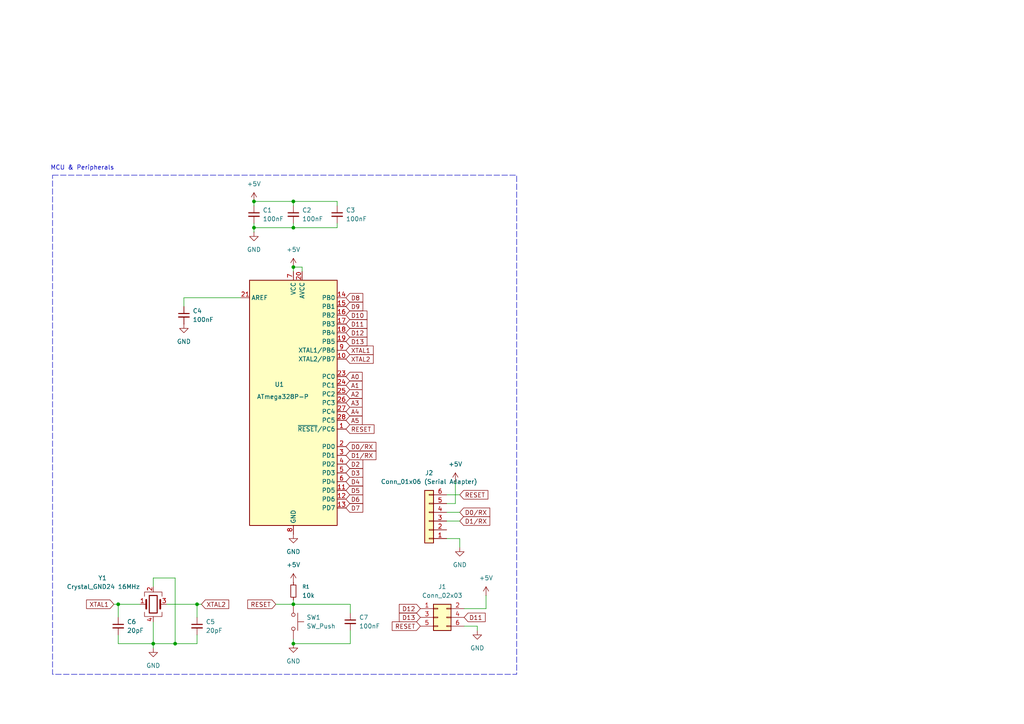
<source format=kicad_sch>
(kicad_sch (version 20250114) (generator "eeschema") (generator_version "9.0")
  (paper "A4")
  (lib_symbols
    (symbol "Connector_Generic:Conn_01x06" (pin_names (offset 1.016) (hide yes))
      (property "Reference" "J" (at 0 7.62 0))
      (property "Value" "Conn_01x06" (at 0 -10.16 0))
      (symbol "Conn_01x06_1_1"
        (rectangle (start -1.27 6.35) (end 1.27 -8.89) (stroke (width 0.254)) (fill (type background)))
        (rectangle (start -1.27 5.207) (end 0 4.953) (stroke (width 0.1524)))
        (rectangle (start -1.27 2.667) (end 0 2.413) (stroke (width 0.1524)))
        (rectangle (start -1.27 0.127) (end 0 -0.127) (stroke (width 0.1524)))
        (rectangle (start -1.27 -2.413) (end 0 -2.667) (stroke (width 0.1524)))
        (rectangle (start -1.27 -4.953) (end 0 -5.207) (stroke (width 0.1524)))
        (rectangle (start -1.27 -7.493) (end 0 -7.747) (stroke (width 0.1524)))
        (pin passive line (at -5.08 5.08 0) (length 3.81) (name "Pin_1") (number "1"))
        (pin passive line (at -5.08 2.54 0) (length 3.81) (name "Pin_2") (number "2"))
        (pin passive line (at -5.08 0 0) (length 3.81) (name "Pin_3") (number "3"))
        (pin passive line (at -5.08 -2.54 0) (length 3.81) (name "Pin_4") (number "4"))
        (pin passive line (at -5.08 -5.08 0) (length 3.81) (name "Pin_5") (number "5"))
        (pin passive line (at -5.08 -7.62 0) (length 3.81) (name "Pin_6") (number "6"))
      )
    )
    (symbol "Connector_Generic:Conn_02x03_Odd_Even" (pin_names (offset 1.016) (hide yes))
      (property "Reference" "J" (at 1.27 5.08 0))
      (property "Value" "Conn_02x03_Odd_Even" (at 1.27 -5.08 0))
      (symbol "Conn_02x03_Odd_Even_1_1"
        (rectangle (start -1.27 3.81) (end 3.81 -3.81) (stroke (width 0.254)) (fill (type background)))
        (rectangle (start -1.27 2.667) (end 0 2.413) (stroke (width 0.1524)))
        (rectangle (start -1.27 0.127) (end 0 -0.127) (stroke (width 0.1524)))
        (rectangle (start -1.27 -2.413) (end 0 -2.667) (stroke (width 0.1524)))
        (rectangle (start 3.81 2.667) (end 2.54 2.413) (stroke (width 0.1524)))
        (rectangle (start 3.81 0.127) (end 2.54 -0.127) (stroke (width 0.1524)))
        (rectangle (start 3.81 -2.413) (end 2.54 -2.667) (stroke (width 0.1524)))
        (pin passive line (at -5.08 2.54 0) (length 3.81) (name "Pin_1") (number "1"))
        (pin passive line (at -5.08 0 0) (length 3.81) (name "Pin_3") (number "3"))
        (pin passive line (at -5.08 -2.54 0) (length 3.81) (name "Pin_5") (number "5"))
        (pin passive line (at 7.62 2.54 180) (length 3.81) (name "Pin_2") (number "2"))
        (pin passive line (at 7.62 0 180) (length 3.81) (name "Pin_4") (number "4"))
        (pin passive line (at 7.62 -2.54 180) (length 3.81) (name "Pin_6") (number "6"))
      )
    )
    (symbol "Device:C_Small" (pin_numbers (hide yes)) (pin_names (offset 0.254) (hide yes))
      (property "Reference" "C" (at 0.254 1.778 0))
      (property "Value" "C_Small" (at 0.254 -2.032 0))
      (symbol "C_Small_0_1"
        (polyline (pts (xy -1.524 0.508) (xy 1.524 0.508)) (stroke (width 0.3048)))
        (polyline (pts (xy -1.524 -0.508) (xy 1.524 -0.508)) (stroke (width 0.3302)))
      )
      (symbol "C_Small_1_1"
        (pin passive line (at 0 2.54 270) (length 2.032) (name "~") (number "1"))
        (pin passive line (at 0 -2.54 90) (length 2.032) (name "~") (number "2"))
      )
    )
    (symbol "Device:Crystal_GND24" (pin_names (offset 1.016) (hide yes))
      (property "Reference" "Y" (at 3.175 5.08 0))
      (property "Value" "Crystal_GND24" (at 3.175 3.175 0))
      (symbol "Crystal_GND24_0_1"
        (polyline (pts (xy -2.54 2.286) (xy -2.54 3.556) (xy 2.54 3.556) (xy 2.54 2.286)))
        (polyline (pts (xy -2.54 0) (xy -2.032 0)))
        (polyline (pts (xy -2.54 -2.286) (xy -2.54 -3.556) (xy 2.54 -3.556) (xy 2.54 -2.286)))
        (polyline (pts (xy -2.032 -1.27) (xy -2.032 1.27)) (stroke (width 0.508)))
        (rectangle (start -1.143 2.54) (end 1.143 -2.54) (stroke (width 0.3048)))
        (polyline (pts (xy 0 3.556) (xy 0 3.81)))
        (polyline (pts (xy 0 -3.81) (xy 0 -3.556)))
        (polyline (pts (xy 2.032 0) (xy 2.54 0)))
        (polyline (pts (xy 2.032 -1.27) (xy 2.032 1.27)) (stroke (width 0.508)))
      )
      (symbol "Crystal_GND24_1_1"
        (pin passive line (at -3.81 0 0) (length 1.27) (name "1") (number "1"))
        (pin passive line (at 0 5.08 270) (length 1.27) (name "2") (number "2"))
        (pin passive line (at 0 -5.08 90) (length 1.27) (name "4") (number "4"))
        (pin passive line (at 3.81 0 180) (length 1.27) (name "3") (number "3"))
      )
    )
    (symbol "Device:R_Small" (pin_numbers (hide yes)) (pin_names (offset 0.254) (hide yes))
      (property "Reference" "R" (at 0 0 90))
      (property "Value" "R_Small" (at 1.778 0 90))
      (symbol "R_Small_0_1"
        (rectangle (start -0.762 1.778) (end 0.762 -1.778) (stroke (width 0.2032)))
      )
      (symbol "R_Small_1_1"
        (pin passive line (at 0 2.54 270) (length 0.762) (name "~") (number "1"))
        (pin passive line (at 0 -2.54 90) (length 0.762) (name "~") (number "2"))
      )
    )
    (symbol "MCU_Microchip_ATmega:ATmega328P-P"
      (property "Reference" "U" (at -12.7 36.83 0))
      (property "Value" "ATmega328P-P" (at 2.54 -36.83 0))
      (symbol "ATmega328P-P_0_1"
        (rectangle (start -12.7 -35.56) (end 12.7 35.56) (stroke (width 0.254)) (fill (type background)))
      )
      (symbol "ATmega328P-P_1_1"
        (pin passive line (at -15.24 30.48 0) (length 2.54) (name "AREF") (number "21"))
        (pin power_in line (at 0 38.1 270) (length 2.54) (name "VCC") (number "7"))
        (pin passive line (at 0 -38.1 90) (length 2.54) (hide yes) (name "GND") (number "22"))
        (pin power_in line (at 0 -38.1 90) (length 2.54) (name "GND") (number "8"))
        (pin power_in line (at 2.54 38.1 270) (length 2.54) (name "AVCC") (number "20"))
        (pin bidirectional line (at 15.24 30.48 180) (length 2.54) (name "PB0") (number "14"))
        (pin bidirectional line (at 15.24 27.94 180) (length 2.54) (name "PB1") (number "15"))
        (pin bidirectional line (at 15.24 25.4 180) (length 2.54) (name "PB2") (number "16"))
        (pin bidirectional line (at 15.24 22.86 180) (length 2.54) (name "PB3") (number "17"))
        (pin bidirectional line (at 15.24 20.32 180) (length 2.54) (name "PB4") (number "18"))
        (pin bidirectional line (at 15.24 17.78 180) (length 2.54) (name "PB5") (number "19"))
        (pin bidirectional line (at 15.24 15.24 180) (length 2.54) (name "XTAL1/PB6") (number "9"))
        (pin bidirectional line (at 15.24 12.7 180) (length 2.54) (name "XTAL2/PB7") (number "10"))
        (pin bidirectional line (at 15.24 7.62 180) (length 2.54) (name "PC0") (number "23"))
        (pin bidirectional line (at 15.24 5.08 180) (length 2.54) (name "PC1") (number "24"))
        (pin bidirectional line (at 15.24 2.54 180) (length 2.54) (name "PC2") (number "25"))
        (pin bidirectional line (at 15.24 0 180) (length 2.54) (name "PC3") (number "26"))
        (pin bidirectional line (at 15.24 -2.54 180) (length 2.54) (name "PC4") (number "27"))
        (pin bidirectional line (at 15.24 -5.08 180) (length 2.54) (name "PC5") (number "28"))
        (pin bidirectional line (at 15.24 -7.62 180) (length 2.54) (name "~{RESET}/PC6") (number "1"))
        (pin bidirectional line (at 15.24 -12.7 180) (length 2.54) (name "PD0") (number "2"))
        (pin bidirectional line (at 15.24 -15.24 180) (length 2.54) (name "PD1") (number "3"))
        (pin bidirectional line (at 15.24 -17.78 180) (length 2.54) (name "PD2") (number "4"))
        (pin bidirectional line (at 15.24 -20.32 180) (length 2.54) (name "PD3") (number "5"))
        (pin bidirectional line (at 15.24 -22.86 180) (length 2.54) (name "PD4") (number "6"))
        (pin bidirectional line (at 15.24 -25.4 180) (length 2.54) (name "PD5") (number "11"))
        (pin bidirectional line (at 15.24 -27.94 180) (length 2.54) (name "PD6") (number "12"))
        (pin bidirectional line (at 15.24 -30.48 180) (length 2.54) (name "PD7") (number "13"))
      )
    )
    (symbol "Switch:SW_Push" (pin_numbers (hide yes)) (pin_names (offset 1.016) (hide yes))
      (property "Reference" "SW" (at 1.27 2.54 0))
      (property "Value" "SW_Push" (at 0 -1.524 0))
      (symbol "SW_Push_0_1"
        (circle (center -2.032 0) (radius 0.508))
        (polyline (pts (xy 0 1.27) (xy 0 3.048)))
        (circle (center 2.032 0) (radius 0.508))
        (polyline (pts (xy 2.54 1.27) (xy -2.54 1.27)))
        (pin passive line (at -5.08 0 0) (length 2.54) (name "1") (number "1"))
        (pin passive line (at 5.08 0 180) (length 2.54) (name "2") (number "2"))
      )
    )
    (symbol "power:+5V" (power) (pin_numbers (hide yes)) (pin_names (offset 0) (hide yes))
      (property "Value" "+5V" (at 0 3.556 0))
      (symbol "+5V_0_1"
        (polyline (pts (xy -0.762 1.27) (xy 0 2.54)))
        (polyline (pts (xy 0 2.54) (xy 0.762 1.27)))
        (polyline (pts (xy 0 0) (xy 0 2.54)))
      )
      (symbol "+5V_1_1"
        (pin power_in line (at 0 0 90) (length 0) (name "~") (number "1"))
      )
    )
    (symbol "power:GND" (power) (pin_numbers (hide yes)) (pin_names (offset 0) (hide yes))
      (property "Value" "GND" (at 0 -3.81 0))
      (symbol "GND_0_1"
        (polyline (pts (xy 0 0) (xy 0 -1.27) (xy 1.27 -1.27) (xy 0 -2.54) (xy -1.27 -1.27) (xy 0 -1.27)))
      )
      (symbol "GND_1_1"
        (pin power_in line (at 0 0 270) (length 0) (name "~") (number "1"))
      )
    )
  )
  (rectangle (start 15.24 50.8) (end 149.86 195.58) (stroke (width 0) (type dash)))
  (text "MCU & Peripherals" (at 23.876 48.768 0) (effects (font (size 1.27 1.27))))
  (junction (at 85.09 186.69))
  (junction (at 50.8 186.69))
  (junction (at 34.29 175.26))
  (junction (at 57.15 175.26))
  (junction (at 85.09 58.42))
  (junction (at 44.45 186.69))
  (junction (at 85.09 175.26))
  (junction (at 73.66 58.42))
  (junction (at 85.09 66.04))
  (junction (at 73.66 66.04))
  (junction (at 85.09 77.47))
  (wire (pts (xy 44.45 186.69) (xy 50.8 186.69)))
  (wire (pts (xy 48.26 175.26) (xy 57.15 175.26)))
  (wire (pts (xy 34.29 186.69) (xy 44.45 186.69)))
  (wire (pts (xy 50.8 186.69) (xy 57.15 186.69)))
  (wire (pts (xy 138.43 181.61) (xy 138.43 182.88)))
  (wire (pts (xy 97.79 64.77) (xy 97.79 66.04)))
  (wire (pts (xy 44.45 167.64) (xy 50.8 167.64)))
  (wire (pts (xy 85.09 186.69) (xy 85.09 185.42)))
  (wire (pts (xy 97.79 59.69) (xy 97.79 58.42)))
  (wire (pts (xy 53.34 88.9) (xy 53.34 86.36)))
  (wire (pts (xy 85.09 77.47) (xy 85.09 78.74)))
  (wire (pts (xy 134.62 176.53) (xy 140.97 176.53)))
  (wire (pts (xy 133.35 158.75) (xy 133.35 156.21)))
  (wire (pts (xy 33.02 175.26) (xy 34.29 175.26)))
  (wire (pts (xy 85.09 66.04) (xy 85.09 64.77)))
  (wire (pts (xy 44.45 170.18) (xy 44.45 167.64)))
  (wire (pts (xy 73.66 58.42) (xy 85.09 58.42)))
  (wire (pts (xy 85.09 58.42) (xy 85.09 59.69)))
  (wire (pts (xy 87.63 78.74) (xy 87.63 77.47)))
  (wire (pts (xy 57.15 175.26) (xy 57.15 179.07)))
  (wire (pts (xy 140.97 172.72) (xy 140.97 176.53)))
  (wire (pts (xy 34.29 175.26) (xy 40.64 175.26)))
  (wire (pts (xy 101.6 182.88) (xy 101.6 186.69)))
  (wire (pts (xy 44.45 180.34) (xy 44.45 186.69)))
  (wire (pts (xy 34.29 184.15) (xy 34.29 186.69)))
  (wire (pts (xy 85.09 175.26) (xy 101.6 175.26)))
  (wire (pts (xy 73.66 66.04) (xy 73.66 67.31)))
  (wire (pts (xy 129.54 148.59) (xy 133.35 148.59)))
  (wire (pts (xy 44.45 186.69) (xy 44.45 187.96)))
  (wire (pts (xy 53.34 86.36) (xy 69.85 86.36)))
  (wire (pts (xy 73.66 59.69) (xy 73.66 58.42)))
  (wire (pts (xy 129.54 151.13) (xy 133.35 151.13)))
  (wire (pts (xy 85.09 77.47) (xy 87.63 77.47)))
  (wire (pts (xy 85.09 58.42) (xy 97.79 58.42)))
  (wire (pts (xy 134.62 181.61) (xy 138.43 181.61)))
  (wire (pts (xy 73.66 66.04) (xy 73.66 64.77)))
  (wire (pts (xy 132.08 139.7) (xy 132.08 146.05)))
  (wire (pts (xy 73.66 66.04) (xy 85.09 66.04)))
  (wire (pts (xy 57.15 175.26) (xy 58.42 175.26)))
  (wire (pts (xy 129.54 156.21) (xy 133.35 156.21)))
  (wire (pts (xy 50.8 167.64) (xy 50.8 186.69)))
  (wire (pts (xy 85.09 173.99) (xy 85.09 175.26)))
  (wire (pts (xy 101.6 186.69) (xy 85.09 186.69)))
  (wire (pts (xy 34.29 175.26) (xy 34.29 179.07)))
  (wire (pts (xy 129.54 143.51) (xy 133.35 143.51)))
  (wire (pts (xy 85.09 66.04) (xy 97.79 66.04)))
  (wire (pts (xy 57.15 184.15) (xy 57.15 186.69)))
  (wire (pts (xy 101.6 177.8) (xy 101.6 175.26)))
  (wire (pts (xy 80.01 175.26) (xy 85.09 175.26)))
  (wire (pts (xy 132.08 146.05) (xy 129.54 146.05)))
  (global_label "XTAL1" (shape input) (at 100.33 101.6 0) (property "Intersheetrefs" "${INTERSHEET_REFS}" (effects (hide yes))))
  (global_label "D0{slash}RX" (shape input) (at 133.35 148.59 0) (property "Intersheetrefs" "${INTERSHEET_REFS}" (effects (hide yes))))
  (global_label "D0{slash}RX" (shape input) (at 100.33 129.54 0) (property "Intersheetrefs" "${INTERSHEET_REFS}" (effects (hide yes))))
  (global_label "RESET" (shape input) (at 80.01 175.26 180) (property "Intersheetrefs" "${INTERSHEET_REFS}" (effects (hide yes))))
  (global_label "XTAL2" (shape input) (at 58.42 175.26 0) (property "Intersheetrefs" "${INTERSHEET_REFS}" (effects (hide yes))))
  (global_label "D3" (shape input) (at 100.33 137.16 0) (property "Intersheetrefs" "${INTERSHEET_REFS}" (effects (hide yes))))
  (global_label "A2" (shape input) (at 100.33 114.3 0) (property "Intersheetrefs" "${INTERSHEET_REFS}" (effects (hide yes))))
  (global_label "D9" (shape input) (at 100.33 88.9 0) (property "Intersheetrefs" "${INTERSHEET_REFS}" (effects (hide yes))))
  (global_label "A5" (shape input) (at 100.33 121.92 0) (property "Intersheetrefs" "${INTERSHEET_REFS}" (effects (hide yes))))
  (global_label "A4" (shape input) (at 100.33 119.38 0) (property "Intersheetrefs" "${INTERSHEET_REFS}" (effects (hide yes))))
  (global_label "D1{slash}RX" (shape input) (at 100.33 132.08 0) (property "Intersheetrefs" "${INTERSHEET_REFS}" (effects (hide yes))))
  (global_label "D6" (shape input) (at 100.33 144.78 0) (property "Intersheetrefs" "${INTERSHEET_REFS}" (effects (hide yes))))
  (global_label "D13" (shape input) (at 121.92 179.07 180) (property "Intersheetrefs" "${INTERSHEET_REFS}" (effects (hide yes))))
  (global_label "D13" (shape input) (at 100.33 99.06 0) (property "Intersheetrefs" "${INTERSHEET_REFS}" (effects (hide yes))))
  (global_label "D7" (shape input) (at 100.33 147.32 0) (property "Intersheetrefs" "${INTERSHEET_REFS}" (effects (hide yes))))
  (global_label "RESET" (shape input) (at 121.92 181.61 180) (property "Intersheetrefs" "${INTERSHEET_REFS}" (effects (hide yes))))
  (global_label "A3" (shape input) (at 100.33 116.84 0) (property "Intersheetrefs" "${INTERSHEET_REFS}" (effects (hide yes))))
  (global_label "D2" (shape input) (at 100.33 134.62 0) (property "Intersheetrefs" "${INTERSHEET_REFS}" (effects (hide yes))))
  (global_label "D4" (shape input) (at 100.33 139.7 0) (property "Intersheetrefs" "${INTERSHEET_REFS}" (effects (hide yes))))
  (global_label "D11" (shape input) (at 100.33 93.98 0) (property "Intersheetrefs" "${INTERSHEET_REFS}" (effects (hide yes))))
  (global_label "D1{slash}RX" (shape input) (at 133.35 151.13 0) (property "Intersheetrefs" "${INTERSHEET_REFS}" (effects (hide yes))))
  (global_label "D12" (shape input) (at 100.33 96.52 0) (property "Intersheetrefs" "${INTERSHEET_REFS}" (effects (hide yes))))
  (global_label "XTAL1" (shape input) (at 33.02 175.26 180) (property "Intersheetrefs" "${INTERSHEET_REFS}" (effects (hide yes))))
  (global_label "D8" (shape input) (at 100.33 86.36 0) (property "Intersheetrefs" "${INTERSHEET_REFS}" (effects (hide yes))))
  (global_label "D12" (shape input) (at 121.92 176.53 180) (property "Intersheetrefs" "${INTERSHEET_REFS}" (effects (hide yes))))
  (global_label "A1" (shape input) (at 100.33 111.76 0) (property "Intersheetrefs" "${INTERSHEET_REFS}" (effects (hide yes))))
  (global_label "RESET" (shape input) (at 133.35 143.51 0) (property "Intersheetrefs" "${INTERSHEET_REFS}" (effects (hide yes))))
  (global_label "D10" (shape input) (at 100.33 91.44 0) (property "Intersheetrefs" "${INTERSHEET_REFS}" (effects (hide yes))))
  (global_label "RESET" (shape input) (at 100.33 124.46 0) (property "Intersheetrefs" "${INTERSHEET_REFS}" (effects (hide yes))))
  (global_label "D11" (shape input) (at 134.62 179.07 0) (property "Intersheetrefs" "${INTERSHEET_REFS}" (effects (hide yes))))
  (global_label "A0" (shape input) (at 100.33 109.22 0) (property "Intersheetrefs" "${INTERSHEET_REFS}" (effects (hide yes))))
  (global_label "XTAL2" (shape input) (at 100.33 104.14 0) (property "Intersheetrefs" "${INTERSHEET_REFS}" (effects (hide yes))))
  (global_label "D5" (shape input) (at 100.33 142.24 0) (property "Intersheetrefs" "${INTERSHEET_REFS}" (effects (hide yes))))
  (symbol (lib_id "power:GND") (at 138.43 182.88 0) (unit 1)
    (property "Reference" "#PWR010" (effects (hide yes)))
    (property "Value" "GND" (at 138.43 187.96 0))
    (property "Description" "Power symbol creates a global label with name \"GND\" , ground" (effects (hide yes)))
  )
  (symbol (lib_id "power:GND") (at 85.09 154.94 0) (unit 1)
    (property "Reference" "#PWR02" (effects (hide yes)))
    (property "Value" "GND" (at 85.09 160.02 0))
    (property "Description" "Power symbol creates a global label with name \"GND\" , ground" (effects (hide yes)))
  )
  (symbol (lib_id "power:GND") (at 73.66 67.31 0) (unit 1)
    (property "Reference" "#PWR03" (effects (hide yes)))
    (property "Value" "GND" (at 73.66 72.39 0))
    (property "Description" "Power symbol creates a global label with name \"GND\" , ground" (effects (hide yes)))
  )
  (symbol (lib_id "Device:Crystal_GND24") (at 44.45 175.26 0) (unit 1)
    (property "Reference" "Y1" (at 29.718 167.64 0))
    (property "Value" "Crystal_GND24 16MHz" (at 29.972 170.18 0))
    (property "Description" "Four pin crystal, GND on pins 2 and 4" (effects (hide yes)))
  )
  (symbol (lib_id "Device:C_Small") (at 53.34 91.44 0) (unit 1)
    (property "Reference" "C4" (at 55.88 90.1762 0) (effects (justify left)))
    (property "Value" "100nF" (at 55.88 92.7162 0) (effects (justify left)))
    (property "Description" "Unpolarized capacitor, small symbol" (effects (hide yes)))
  )
  (symbol (lib_id "Device:C_Small") (at 34.29 181.61 0) (unit 1)
    (property "Reference" "C6" (at 36.83 180.3462 0) (effects (justify left)))
    (property "Value" "20pF" (at 36.83 182.8862 0) (effects (justify left)))
    (property "Description" "Unpolarized capacitor, small symbol" (effects (hide yes)))
  )
  (symbol (lib_id "power:GND") (at 133.35 158.75 0) (unit 1)
    (property "Reference" "#PWR012" (effects (hide yes)))
    (property "Value" "GND" (at 133.35 163.83 0))
    (property "Description" "Power symbol creates a global label with name \"GND\" , ground" (effects (hide yes)))
  )
  (symbol (lib_id "power:+5V") (at 132.08 139.7 0) (unit 1)
    (property "Reference" "#PWR011" (effects (hide yes)))
    (property "Value" "+5V" (at 132.08 134.62 0))
    (property "Description" "Power symbol creates a global label with name \"+5V\"" (effects (hide yes)))
  )
  (symbol (lib_id "Device:C_Small") (at 85.09 62.23 0) (unit 1)
    (property "Reference" "C2" (at 87.63 60.9662 0) (effects (justify left)))
    (property "Value" "100nF" (at 87.63 63.5062 0) (effects (justify left)))
    (property "Description" "Unpolarized capacitor, small symbol" (effects (hide yes)))
  )
  (symbol (lib_id "Device:C_Small") (at 97.79 62.23 0) (unit 1)
    (property "Reference" "C3" (at 100.33 60.9662 0) (effects (justify left)))
    (property "Value" "100nF" (at 100.33 63.5062 0) (effects (justify left)))
    (property "Description" "Unpolarized capacitor, small symbol" (effects (hide yes)))
  )
  (symbol (lib_id "Connector_Generic:Conn_02x03_Odd_Even") (at 127 179.07 0) (unit 1)
    (property "Reference" "J1" (at 128.27 170.18 0))
    (property "Value" "Conn_02x03" (at 128.27 172.72 0))
    (property "Description" "Generic connector, double row, 02x03, odd/even pin numbering scheme (row 1 odd numbers, row 2 even numbers), script generated (kicad-library-utils/schlib/autogen/connector/)" (effects (hide yes)))
  )
  (symbol (lib_id "Device:C_Small") (at 73.66 62.23 0) (unit 1)
    (property "Reference" "C1" (at 76.2 60.9662 0) (effects (justify left)))
    (property "Value" "100nF" (at 76.2 63.5062 0) (effects (justify left)))
    (property "Description" "Unpolarized capacitor, small symbol" (effects (hide yes)))
  )
  (symbol (lib_id "power:+5V") (at 140.97 172.72 0) (unit 1)
    (property "Reference" "#PWR09" (effects (hide yes)))
    (property "Value" "+5V" (at 140.97 167.64 0))
    (property "Description" "Power symbol creates a global label with name \"+5V\"" (effects (hide yes)))
  )
  (symbol (lib_id "power:GND") (at 53.34 93.98 0) (unit 1)
    (property "Reference" "#PWR05" (effects (hide yes)))
    (property "Value" "GND" (at 53.34 99.06 0))
    (property "Description" "Power symbol creates a global label with name \"GND\" , ground" (effects (hide yes)))
  )
  (symbol (lib_id "power:GND") (at 44.45 187.96 0) (unit 1)
    (property "Reference" "#PWR06" (effects (hide yes)))
    (property "Value" "GND" (at 44.45 193.04 0))
    (property "Description" "Power symbol creates a global label with name \"GND\" , ground" (effects (hide yes)))
  )
  (symbol (lib_id "power:GND") (at 85.09 186.69 0) (unit 1)
    (property "Reference" "#PWR07" (effects (hide yes)))
    (property "Value" "GND" (at 85.09 191.77 0))
    (property "Description" "Power symbol creates a global label with name \"GND\" , ground" (effects (hide yes)))
  )
  (symbol (lib_id "Device:R_Small") (at 85.09 171.45 0) (unit 1)
    (property "Reference" "R1" (at 87.63 170.1799 0) (effects (font (size 1.016 1.016)) (justify left)))
    (property "Value" "10k" (at 87.63 172.7199 0) (effects (justify left)))
    (property "Description" "Resistor, small symbol" (effects (hide yes)))
  )
  (symbol (lib_id "Device:C_Small") (at 101.6 180.34 0) (unit 1)
    (property "Reference" "C7" (at 104.14 179.0762 0) (effects (justify left)))
    (property "Value" "100nF" (at 104.14 181.6162 0) (effects (justify left)))
    (property "Description" "Unpolarized capacitor, small symbol" (effects (hide yes)))
  )
  (symbol (lib_id "Switch:SW_Push") (at 85.09 180.34 270) (unit 1)
    (property "Reference" "SW1" (at 88.9 179.0699 90) (effects (justify left)))
    (property "Value" "SW_Push" (at 88.9 181.6099 90) (effects (justify left)))
    (property "Description" "Push button switch, generic, two pins" (effects (hide yes)))
  )
  (symbol (lib_id "Device:C_Small") (at 57.15 181.61 0) (unit 1)
    (property "Reference" "C5" (at 59.69 180.3462 0) (effects (justify left)))
    (property "Value" "20pF" (at 59.69 182.8862 0) (effects (justify left)))
    (property "Description" "Unpolarized capacitor, small symbol" (effects (hide yes)))
  )
  (symbol (lib_id "power:+5V") (at 85.09 77.47 0) (unit 1)
    (property "Reference" "#PWR01" (effects (hide yes)))
    (property "Value" "+5V" (at 85.09 72.39 0))
    (property "Description" "Power symbol creates a global label with name \"+5V\"" (effects (hide yes)))
  )
  (symbol (lib_id "power:+5V") (at 73.66 58.42 0) (unit 1)
    (property "Reference" "#PWR04" (effects (hide yes)))
    (property "Value" "+5V" (at 73.66 53.34 0))
    (property "Description" "Power symbol creates a global label with name \"+5V\"" (effects (hide yes)))
  )
  (symbol (lib_id "MCU_Microchip_ATmega:ATmega328P-P") (at 85.09 116.84 0) (unit 1)
    (property "Reference" "U1" (at 81.026 111.506 0))
    (property "Value" "ATmega328P-P" (at 82.042 115.062 0))
    (property "Footprint" "Package_DIP:DIP-28_W7.62mm" (effects (hide yes)))
    (property "Datasheet" "http://ww1.microchip.com/downloads/en/DeviceDoc/ATmega328_P%20AVR%20MCU%20with%20picoPower%20Technology%20Data%20Sheet%2040001984A.pdf" (effects (hide yes)))
    (property "Description" "20MHz, 32kB Flash, 2kB SRAM, 1kB EEPROM, DIP-28" (effects (hide yes)))
  )
  (symbol (lib_id "Connector_Generic:Conn_01x06") (at 124.46 151.13 180) (unit 1)
    (property "Reference" "J2" (at 124.46 137.16 0))
    (property "Value" "Conn_01x06 (Serial Adapter)" (at 124.46 139.7 0))
    (property "Description" "Generic connector, single row, 01x06, script generated (kicad-library-utils/schlib/autogen/connector/)" (effects (hide yes)))
  )
  (symbol (lib_id "power:+5V") (at 85.09 168.91 0) (unit 1)
    (property "Reference" "#PWR08" (effects (hide yes)))
    (property "Value" "+5V" (at 85.09 163.83 0))
    (property "Description" "Power symbol creates a global label with name \"+5V\"" (effects (hide yes)))
  )
)
</source>
